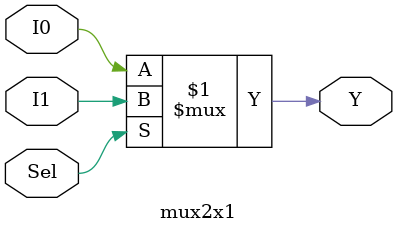
<source format=v>
module whole_design_mux2x1 (i0,i1,i2,i3,sel,y);
input i0,i1,i2,i3;
input [1:0] sel;
output y;
wire t1,t2;  
    mux2x1 dut1 (i0,i1,sel[0],t1);
    mux2x1 dut2 (i2,i3,sel[0],t2);
    mux2x1 dut3 (t1,t2,sel[1],y);
endmodule




module mux2x1 ( I0,I1,Sel,Y);

 input I0,I1,Sel;
 output Y;

assign Y=Sel ?I1:I0;

endmodule


</source>
